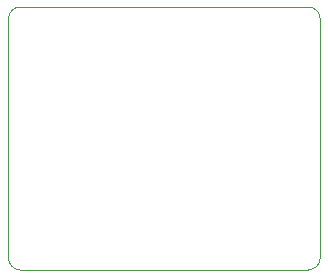
<source format=gm1>
G04 #@! TF.GenerationSoftware,KiCad,Pcbnew,8.0.1*
G04 #@! TF.CreationDate,2024-03-24T02:17:45+01:00*
G04 #@! TF.ProjectId,bypass,62797061-7373-42e6-9b69-6361645f7063,rev?*
G04 #@! TF.SameCoordinates,Original*
G04 #@! TF.FileFunction,Profile,NP*
%FSLAX46Y46*%
G04 Gerber Fmt 4.6, Leading zero omitted, Abs format (unit mm)*
G04 Created by KiCad (PCBNEW 8.0.1) date 2024-03-24 02:17:45*
%MOMM*%
%LPD*%
G01*
G04 APERTURE LIST*
G04 #@! TA.AperFunction,Profile*
%ADD10C,0.100000*%
G04 #@! TD*
G04 APERTURE END LIST*
D10*
X136300000Y-42250000D02*
G75*
G02*
X135300000Y-41250000I0J1000000D01*
G01*
X136300000Y-20000000D02*
X160700000Y-20000000D01*
X160700000Y-42250000D02*
X136300000Y-42250000D01*
X135300000Y-21000000D02*
G75*
G02*
X136300000Y-20000000I1000000J0D01*
G01*
X135300000Y-41250000D02*
X135300000Y-21000000D01*
X161700000Y-21000000D02*
X161700000Y-41250000D01*
X161700000Y-41250000D02*
G75*
G02*
X160700000Y-42250000I-1000000J0D01*
G01*
X160700000Y-20000000D02*
G75*
G02*
X161700000Y-21000000I0J-1000000D01*
G01*
M02*

</source>
